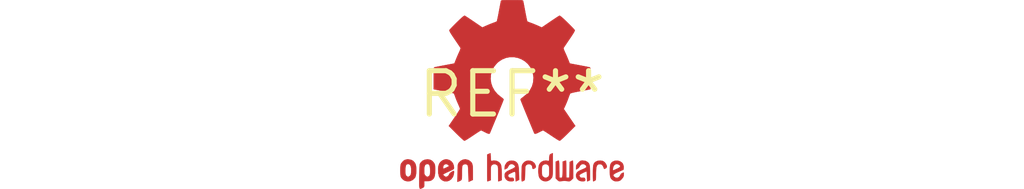
<source format=kicad_pcb>
(kicad_pcb (version 20240108) (generator pcbnew)
  (layers (0 "F.Cu" signal) (31 "B.Cu" signal) (34 "B.Paste" user) (35 "F.Paste" user) (36 "B.SilkS" user "B.Silkscreen") (37 "F.SilkS" user "F.Silkscreen") (38 "B.Mask" user) (39 "F.Mask" user) (44 "Edge.Cuts" user))
  (net 0 "")
  (footprint "OSHW-Logo2_7.3x6mm_Copper" (layer "F.Cu") (at 0 0)
    (property "Reference" "REF**")
    (property "Value" "OSHW-Logo2_7.3x6mm_Copper")
    (fp_poly (pts (xy 2.6526 1.958752) (xy 2.669948 1.966334) (xy 2.711356 1.999128) (xy 2.746765 2.046547) (xy 2.768664 2.097151) (xy 2.772229 2.122098) (xy 2.760279 2.156927) (xy 2.734067 2.175357) (xy 2.705964 2.186516) (xy 2.693095 2.188572) (xy 2.686829 2.173649) (xy 2.674456 2.141175) (xy 2.669028 2.126502) (xy 2.63859 2.075744) (xy 2.59452 2.050427) (xy 2.53801 2.051206) (xy 2.533825 2.052203) (xy 2.503655 2.066507) (xy 2.481476 2.094393) (xy 2.466327 2.139287) (xy 2.45725 2.204615) (xy 2.453286 2.293804) (xy 2.452914 2.341261) (xy 2.45273 2.416071) (xy 2.451522 2.467069) (xy 2.448309 2.499471) (xy 2.442109 2.518495) (xy 2.43194 2.529356) (xy 2.416819 2.537272) (xy 2.415946 2.53767) (xy 2.386828 2.549981) (xy 2.372403 2.554514) (xy 2.370186 2.540809) (xy 2.368289 2.502925) (xy 2.366847 2.445715) (xy 2.365998 2.374027) (xy 2.365829 2.321565) (xy 2.366692 2.220047) (xy 2.37007 2.143032) (xy 2.377142 2.086023) (xy 2.389088 2.044526) (xy 2.40709 2.014043) (xy 2.432327 1.99008) (xy 2.457247 1.973355) (xy 2.517171 1.951097) (xy 2.586911 1.946076) (xy 2.6526 1.958752)) (layer "F.Cu") (stroke (width 0.01)) (fill solid))
    (fp_poly (pts (xy -1.283907 1.92778) (xy -1.237328 1.954723) (xy -1.204943 1.981466) (xy -1.181258 2.009484) (xy -1.164941 2.043748) (xy -1.154661 2.089227) (xy -1.149086 2.150892) (xy -1.146884 2.233711) (xy -1.146629 2.293246) (xy -1.146629 2.512391) (xy -1.208314 2.540044) (xy -1.27 2.567697) (xy -1.277257 2.32767) (xy -1.280256 2.238028) (xy -1.283402 2.172962) (xy -1.287299 2.128026) (xy -1.292553 2.09877) (xy -1.299769 2.080748) (xy -1.30955 2.069511) (xy -1.312688 2.067079) (xy -1.360239 2.048083) (xy -1.408303 2.0556) (xy -1.436914 2.075543) (xy -1.448553 2.089675) (xy -1.456609 2.10822) (xy -1.461729 2.136334) (xy -1.464559 2.179173) (xy -1.465744 2.241895) (xy -1.465943 2.307261) (xy -1.465982 2.389268) (xy -1.467386 2.447316) (xy -1.472086 2.486465) (xy -1.482013 2.51178) (xy -1.499097 2.528323) (xy -1.525268 2.541156) (xy -1.560225 2.554491) (xy -1.598404 2.569007) (xy -1.593859 2.311389) (xy -1.592029 2.218519) (xy -1.589888 2.149889) (xy -1.586819 2.100711) (xy -1.582206 2.066198) (xy -1.575432 2.041562) (xy -1.565881 2.022016) (xy -1.554366 2.00477) (xy -1.49881 1.94968) (xy -1.43102 1.917822) (xy -1.357287 1.910191) (xy -1.283907 1.92778)) (layer "F.Cu") (stroke (width 0.01)) (fill solid))
    (fp_poly (pts (xy 0.529926 1.949755) (xy 0.595858 1.974084) (xy 0.649273 2.017117) (xy 0.670164 2.047409) (xy 0.692939 2.102994) (xy 0.692466 2.143186) (xy 0.668562 2.170217) (xy 0.659717 2.174813) (xy 0.62153 2.189144) (xy 0.602028 2.185472) (xy 0.595422 2.161407) (xy 0.595086 2.148114) (xy 0.582992 2.09921) (xy 0.551471 2.064999) (xy 0.507659 2.048476) (xy 0.458695 2.052634) (xy 0.418894 2.074227) (xy 0.40545 2.086544) (xy 0.395921 2.101487) (xy 0.389485 2.124075) (xy 0.385317 2.159328) (xy 0.382597 2.212266) (xy 0.380502 2.287907) (xy 0.37996 2.311857) (xy 0.377981 2.39379) (xy 0.375731 2.451455) (xy 0.372357 2.489608) (xy 0.367006 2.513004) (xy 0.358824 2.526398) (xy 0.346959 2.534545) (xy 0.339362 2.538144) (xy 0.307102 2.550452) (xy 0.288111 2.554514) (xy 0.281836 2.540948) (xy 0.278006 2.499934) (xy 0.2766 2.430999) (xy 0.277598 2.333669) (xy 0.277908 2.318657) (xy 0.280101 2.229859) (xy 0.282693 2.165019) (xy 0.286382 2.119067) (xy 0.291864 2.086935) (xy 0.299835 2.063553) (xy 0.310993 2.043852) (xy 0.31683 2.03541) (xy 0.350296 1.998057) (xy 0.387727 1.969003) (xy 0.392309 1.966467) (xy 0.459426 1.946443) (xy 0.529926 1.949755)) (layer "F.Cu") (stroke (width 0.01)) (fill solid))
    (fp_poly (pts (xy -0.624114 1.851289) (xy -0.619861 1.910613) (xy -0.614975 1.945572) (xy -0.608205 1.96082) (xy -0.598298 1.961015) (xy -0.595086 1.959195) (xy -0.552356 1.946015) (xy -0.496773 1.946785) (xy -0.440263 1.960333) (xy -0.404918 1.977861) (xy -0.368679 2.005861) (xy -0.342187 2.037549) (xy -0.324001 2.077813) (xy -0.312678 2.131543) (xy -0.306778 2.203626) (xy -0.304857 2.298951) (xy -0.304823 2.317237) (xy -0.3048 2.522646) (xy -0.350509 2.53858) (xy -0.382973 2.54942) (xy -0.400785 2.554468) (xy -0.401309 2.554514) (xy -0.403063 2.540828) (xy -0.404556 2.503076) (xy -0.405674 2.446224) (xy -0.406303 2.375234) (xy -0.4064 2.332073) (xy -0.406602 2.246973) (xy -0.407642 2.185981) (xy -0.410169 2.144177) (xy -0.414836 2.116642) (xy -0.422293 2.098456) (xy -0.433189 2.084698) (xy -0.439993 2.078073) (xy -0.486728 2.051375) (xy -0.537728 2.049375) (xy -0.583999 2.071955) (xy -0.592556 2.080107) (xy -0.605107 2.095436) (xy -0.613812 2.113618) (xy -0.619369 2.139909) (xy -0.622474 2.179562) (xy -0.623824 2.237832) (xy -0.624114 2.318173) (xy -0.624114 2.522646) (xy -0.669823 2.53858) (xy -0.702287 2.54942) (xy -0.720099 2.554468) (xy -0.720623 2.554514) (xy -0.721963 2.540623) (xy -0.723172 2.501439) (xy -0.724199 2.4407) (xy -0.724998 2.362141) (xy -0.725519 2.269498) (xy -0.725714 2.166509) (xy -0.725714 1.769342) (xy -0.678543 1.749444) (xy -0.631371 1.729547) (xy -0.624114 1.851289)) (layer "F.Cu") (stroke (width 0.01)) (fill solid))
    (fp_poly (pts (xy 1.779833 1.958663) (xy 1.782048 1.99685) (xy 1.783784 2.054886) (xy 1.784899 2.12818) (xy 1.785257 2.205055) (xy 1.785257 2.465196) (xy 1.739326 2.511127) (xy 1.707675 2.539429) (xy 1.67989 2.550893) (xy 1.641915 2.550168) (xy 1.62684 2.548321) (xy 1.579726 2.542948) (xy 1.540756 2.539869) (xy 1.531257 2.539585) (xy 1.499233 2.541445) (xy 1.453432 2.546114) (xy 1.435674 2.548321) (xy 1.392057 2.551735) (xy 1.362745 2.54432) (xy 1.33368 2.521427) (xy 1.323188 2.511127) (xy 1.277257 2.465196) (xy 1.277257 1.978602) (xy 1.314226 1.961758) (xy 1.346059 1.949282) (xy 1.364683 1.944914) (xy 1.369458 1.958718) (xy 1.373921 1.997286) (xy 1.377775 2.056356) (xy 1.380722 2.131663) (xy 1.382143 2.195286) (xy 1.386114 2.445657) (xy 1.420759 2.450556) (xy 1.452268 2.447131) (xy 1.467708 2.436041) (xy 1.472023 2.415308) (xy 1.475708 2.371145) (xy 1.478469 2.309146) (xy 1.480012 2.234909) (xy 1.480235 2.196706) (xy 1.480457 1.976783) (xy 1.526166 1.960849) (xy 1.558518 1.950015) (xy 1.576115 1.944962) (xy 1.576623 1.944914) (xy 1.578388 1.958648) (xy 1.580329 1.99673) (xy 1.582282 2.054482) (xy 1.584084 2.127227) (xy 1.585343 2.195286) (xy 1.589314 2.445657) (xy 1.6764 2.445657) (xy 1.680396 2.21724) (xy 1.684392 1.988822) (xy 1.726847 1.966868) (xy 1.758192 1.951793) (xy 1.776744 1.944951) (xy 1.777279 1.944914) (xy 1.779833 1.958663)) (layer "F.Cu") (stroke (width 0.01)) (fill solid))
    (fp_poly (pts (xy -2.958885 1.921962) (xy -2.890855 1.957733) (xy -2.840649 2.015301) (xy -2.822815 2.052312) (xy -2.808937 2.107882) (xy -2.801833 2.178096) (xy -2.80116 2.254727) (xy -2.806573 2.329552) (xy -2.81773 2.394342) (xy -2.834286 2.440873) (xy -2.839374 2.448887) (xy -2.899645 2.508707) (xy -2.971231 2.544535) (xy -3.048908 2.55502) (xy -3.127452 2.53881) (xy -3.149311 2.529092) (xy -3.191878 2.499143) (xy -3.229237 2.459433) (xy -3.232768 2.454397) (xy -3.247119 2.430124) (xy -3.256606 2.404178) (xy -3.26221 2.370022) (xy -3.264914 2.321119) (xy -3.265701 2.250935) (xy -3.265714 2.2352) (xy -3.265678 2.230192) (xy -3.120571 2.230192) (xy -3.119727 2.29643) (xy -3.116404 2.340386) (xy -3.109417 2.368779) (xy -3.097584 2.388325) (xy -3.091543 2.394857) (xy -3.056814 2.41968) (xy -3.023097 2.418548) (xy -2.989005 2.397016) (xy -2.968671 2.374029) (xy -2.956629 2.340478) (xy -2.949866 2.287569) (xy -2.949402 2.281399) (xy -2.948248 2.185513) (xy -2.960312 2.114299) (xy -2.98543 2.068194) (xy -3.02344 2.047635) (xy -3.037008 2.046514) (xy -3.072636 2.052152) (xy -3.097006 2.071686) (xy -3.111907 2.109042) (xy -3.119125 2.16815) (xy -3.120571 2.230192) (xy -3.265678 2.230192) (xy -3.265174 2.160413) (xy -3.262904 2.108159) (xy -3.257932 2.071949) (xy -3.249287 2.045299) (xy -3.235995 2.021722) (xy -3.233057 2.017338) (xy -3.183687 1.958249) (xy -3.129891 1.923947) (xy -3.064398 1.910331) (xy -3.042158 1.909665) (xy -2.958885 1.921962)) (layer "F.Cu") (stroke (width 0.01)) (fill solid))
    (fp_poly (pts (xy 3.153595 1.966966) (xy 3.211021 2.004497) (xy 3.238719 2.038096) (xy 3.260662 2.099064) (xy 3.262405 2.147308) (xy 3.258457 2.211816) (xy 3.109686 2.276934) (xy 3.037349 2.310202) (xy 2.990084 2.336964) (xy 2.965507 2.360144) (xy 2.961237 2.382667) (xy 2.974889 2.407455) (xy 2.989943 2.423886) (xy 3.033746 2.450235) (xy 3.081389 2.452081) (xy 3.125145 2.431546) (xy 3.157289 2.390752) (xy 3.163038 2.376347) (xy 3.190576 2.331356) (xy 3.222258 2.312182) (xy 3.265714 2.295779) (xy 3.265714 2.357966) (xy 3.261872 2.400283) (xy 3.246823 2.435969) (xy 3.21528 2.476943) (xy 3.210592 2.482267) (xy 3.175506 2.51872) (xy 3.145347 2.538283) (xy 3.107615 2.547283) (xy 3.076335 2.55023) (xy 3.020385 2.550965) (xy 2.980555 2.54166) (xy 2.955708 2.527846) (xy 2.916656 2.497467) (xy 2.889625 2.464613) (xy 2.872517 2.423294) (xy 2.863238 2.367521) (xy 2.859693 2.291305) (xy 2.85941 2.252622) (xy 2.860372 2.206247) (xy 2.948007 2.206247) (xy 2.949023 2.231126) (xy 2.951556 2.2352) (xy 2.968274 2.229665) (xy 3.004249 2.215017) (xy 3.052331 2.19419) (xy 3.062386 2.189714) (xy 3.123152 2.158814) (xy 3.156632 2.131657) (xy 3.16399 2.10622) (xy 3.146391 2.080481) (xy 3.131856 2.069109) (xy 3.07941 2.046364) (xy 3.030322 2.050122) (xy 2.989227 2.077884) (xy 2.960758 2.127152) (xy 2.951631 2.166257) (xy 2.948007 2.206247) (xy 2.860372 2.206247) (xy 2.861285 2.162249) (xy 2.868196 2.095384) (xy 2.881884 2.046695) (xy 2.904096 2.010849) (xy 2.936574 1.982513) (xy 2.950733 1.973355) (xy 3.015053 1.949507) (xy 3.085473 1.948006) (xy 3.153595 1.966966)) (layer "F.Cu") (stroke (width 0.01)) (fill solid))
    (fp_poly (pts (xy 1.190117 2.065358) (xy 1.189933 2.173837) (xy 1.189219 2.257287) (xy 1.187675 2.319704) (xy 1.185001 2.365085) (xy 1.180894 2.397429) (xy 1.175055 2.420733) (xy 1.167182 2.438995) (xy 1.161221 2.449418) (xy 1.111855 2.505945) (xy 1.049264 2.541377) (xy 0.980013 2.55409) (xy 0.910668 2.542463) (xy 0.869375 2.521568) (xy 0.826025 2.485422) (xy 0.796481 2.441276) (xy 0.778655 2.383462) (xy 0.770463 2.306313) (xy 0.769302 2.249714) (xy 0.769458 2.245647) (xy 0.870857 2.245647) (xy 0.871476 2.31055) (xy 0.874314 2.353514) (xy 0.88084 2.381622) (xy 0.892523 2.401953) (xy 0.906483 2.417288) (xy 0.953365 2.44689) (xy 1.003701 2.449419) (xy 1.051276 2.424705) (xy 1.054979 2.421356) (xy 1.070783 2.403935) (xy 1.080693 2.383209) (xy 1.086058 2.352362) (xy 1.088228 2.304577) (xy 1.088571 2.251748) (xy 1.087827 2.185381) (xy 1.084748 2.141106) (xy 1.078061 2.112009) (xy 1.066496 2.091173) (xy 1.057013 2.080107) (xy 1.01296 2.052198) (xy 0.962224 2.048843) (xy 0.913796 2.070159) (xy 0.90445 2.078073) (xy 0.88854 2.095647) (xy 0.87861 2.116587) (xy 0.873278 2.147782) (xy 0.871163 2.196122) (xy 0.870857 2.245647) (xy 0.769458 2.245647) (xy 0.77281 2.158568) (xy 0.784726 2.090086) (xy 0.807135 2.0386) (xy 0.842124 1.998443) (xy 0.869375 1.977861) (xy 0.918907 1.955625) (xy 0.976316 1.945304) (xy 1.029682 1.948067) (xy 1.059543 1.959212) (xy 1.071261 1.962383) (xy 1.079037 1.950557) (xy 1.084465 1.918866) (xy 1.088571 1.870593) (xy 1.093067 1.816829) (xy 1.099313 1.784482) (xy 1.110676 1.765985) (xy 1.130528 1.75377) (xy 1.143 1.748362) (xy 1.190171 1.728601) (xy 1.190117 2.065358)) (layer "F.Cu") (stroke (width 0.01)) (fill solid))
    (fp_poly (pts (xy -1.831697 1.931239) (xy -1.774473 1.969735) (xy -1.730251 2.025335) (xy -1.703833 2.096086) (xy -1.69849 2.148162) (xy -1.699097 2.169893) (xy -1.704178 2.186531) (xy -1.718145 2.201437) (xy -1.745411 2.217973) (xy -1.790388 2.239498) (xy -1.857489 2.269374) (xy -1.857829 2.269524) (xy -1.919593 2.297813) (xy -1.970241 2.322933) (xy -2.004596 2.342179) (xy -2.017482 2.352848) (xy -2.017486 2.352934) (xy -2.006128 2.376166) (xy -1.979569 2.401774) (xy -1.949077 2.420221) (xy -1.93363 2.423886) (xy -1.891485 2.411212) (xy -1.855192 2.379471) (xy -1.837483 2.344572) (xy -1.820448 2.318845) (xy -1.787078 2.289546) (xy -1.747851 2.264235) (xy -1.713244 2.250471) (xy -1.706007 2.249714) (xy -1.697861 2.26216) (xy -1.69737 2.293972) (xy -1.703357 2.336866) (xy -1.714643 2.382558) (xy -1.73005 2.422761) (xy -1.730829 2.424322) (xy -1.777196 2.489062) (xy -1.837289 2.533097) (xy -1.905535 2.554711) (xy -1.976362 2.552185) (xy -2.044196 2.523804) (xy -2.047212 2.521808) (xy -2.100573 2.473448) (xy -2.13566 2.410352) (xy -2.155078 2.327387) (xy -2.157684 2.304078) (xy -2.162299 2.194055) (xy -2.156767 2.142748) (xy -2.017486 2.142748) (xy -2.015676 2.174753) (xy -2.005778 2.184093) (xy -1.981102 2.177105) (xy -1.942205 2.160587) (xy -1.898725 2.139881) (xy -1.897644 2.139333) (xy -1.860791 2.119949) (xy -1.846 2.107013) (xy -1.849647 2.093451) (xy -1.865005 2.075632) (xy -1.904077 2.049845) (xy -1.946154 2.04795) (xy -1.983897 2.066717) (xy -2.009966 2.102915) (xy -2.017486 2.142748) (xy -2.156767 2.142748) (xy -2.152806 2.106027) (xy -2.12845 2.036212) (xy -2.094544 1.987302) (xy -2.033347 1.937878) (xy -1.965937 1.913359) (xy -1.89712 1.911797) (xy -1.831697 1.931239)) (layer "F.Cu") (stroke (width 0.01)) (fill solid))
    (fp_poly (pts (xy 0.039744 1.950968) (xy 0.096616 1.972087) (xy 0.097267 1.972493) (xy 0.13244 1.99838) (xy 0.158407 2.028633) (xy 0.17667 2.068058) (xy 0.188732 2.121462) (xy 0.196096 2.193651) (xy 0.200264 2.289432) (xy 0.200629 2.303078) (xy 0.205876 2.508842) (xy 0.161716 2.531678) (xy 0.129763 2.54711) (xy 0.11047 2.554423) (xy 0.109578 2.554514) (xy 0.106239 2.541022) (xy 0.103587 2.504626) (xy 0.101956 2.451452) (xy 0.1016 2.408393) (xy 0.101592 2.338641) (xy 0.098403 2.294837) (xy 0.087288 2.273944) (xy 0.063501 2.272925) (xy 0.022296 2.288741) (xy -0.039914 2.317815) (xy -0.085659 2.341963) (xy -0.109187 2.362913) (xy -0.116104 2.385747) (xy -0.116114 2.386877) (xy -0.104701 2.426212) (xy -0.070908 2.447462) (xy -0.019191 2.450539) (xy 0.018061 2.450006) (xy 0.037703 2.460735) (xy 0.049952 2.486505) (xy 0.057002 2.519337) (xy 0.046842 2.537966) (xy 0.043017 2.540632) (xy 0.007001 2.55134) (xy -0.043434 2.552856) (xy -0.095374 2.545759) (xy -0.132178 2.532788) (xy -0.183062 2.489585) (xy -0.211986 2.429446) (xy -0.217714 2.382462) (xy -0.213343 2.340082) (xy -0.197525 2.305488) (xy -0.166203 2.274763) (xy -0.115322 2.24399) (xy -0.040824 2.209252) (xy -0.036286 2.207288) (xy 0.030821 2.176287) (xy 0.072232 2.150862) (xy 0.089981 2.128014) (xy 0.086107 2.104745) (xy 0.062643 2.078056) (xy 0.055627 2.071914) (xy 0.00863 2.0481) (xy -0.040067 2.049103) (xy -0.082478 2.072451) (xy -0.110616 2.115675) (xy -0.113231 2.12416) (xy -0.138692 2.165308) (xy -0.170999 2.185128) (xy -0.217714 2.20477) (xy -0.217714 2.15395) (xy -0.203504 2.080082) (xy -0.161325 2.012327) (xy -0.139376 1.989661) (xy -0.089483 1.960569) (xy -0.026033 1.9474) (xy 0.039744 1.950968)) (layer "F.Cu") (stroke (width 0.01)) (fill solid))
    (fp_poly (pts (xy -2.400256 1.919918) (xy -2.344799 1.947568) (xy -2.295852 1.99848) (xy -2.282371 2.017338) (xy -2.267686 2.042015) (xy -2.258158 2.068816) (xy -2.252707 2.104587) (xy -2.250253 2.156169) (xy -2.249714 2.224267) (xy -2.252148 2.317588) (xy -2.260606 2.387657) (xy -2.276826 2.439931) (xy -2.302546 2.479869) (xy -2.339503 2.512929) (xy -2.342218 2.514886) (xy -2.37864 2.534908) (xy -2.422498 2.544815) (xy -2.478276 2.547257) (xy -2.568952 2.547257) (xy -2.56899 2.635283) (xy -2.569834 2.684308) (xy -2.574976 2.713065) (xy -2.588413 2.730311) (xy -2.614142 2.744808) (xy -2.620321 2.747769) (xy -2.649236 2.761648) (xy -2.671624 2.770414) (xy -2.688271 2.771171) (xy -2.699964 2.761023) (xy -2.70749 2.737073) (xy -2.711634 2.696426) (xy -2.713185 2.636186) (xy -2.712929 2.553455) (xy -2.711651 2.445339) (xy -2.711252 2.413) (xy -2.709815 2.301524) (xy -2.708528 2.228603) (xy -2.569029 2.228603) (xy -2.568245 2.290499) (xy -2.56476 2.330997) (xy -2.556876 2.357708) (xy -2.542895 2.378244) (xy -2.533403 2.38826) (xy -2.494596 2.417567) (xy -2.460237 2.419952) (xy -2.424784 2.39575) (xy -2.423886 2.394857) (xy -2.409461 2.376153) (xy -2.400687 2.350732) (xy -2.396261 2.311584) (xy -2.394882 2.251697) (xy -2.394857 2.23843) (xy -2.398188 2.155901) (xy -2.409031 2.098691) (xy -2.42866 2.063766) (xy -2.45835 2.048094) (xy -2.475509 2.046514) (xy -2.516234 2.053926) (xy -2.544168 2.07833) (xy -2.560983 2.12298) (xy -2.56835 2.19113) (xy -2.569029 2.228603) (xy -2.708528 2.228603) (xy -2.708292 2.215245) (xy -2.706323 2.150333) (xy -2.70355 2.102958) (xy -2.699612 2.06929) (xy -2.694151 2.045498) (xy -2.686808 2.027753) (xy -2.677223 2.012224) (xy -2.673113 2.006381) (xy -2.618595 1.951185) (xy -2.549664 1.91989) (xy -2.469928 1.911165) (xy -2.400256 1.919918)) (layer "F.Cu") (stroke (width 0.01)) (fill solid))
    (fp_poly (pts (xy 2.144876 1.956335) (xy 2.186667 1.975344) (xy 2.219469 1.998378) (xy 2.243503 2.024133) (xy 2.260097 2.057358) (xy 2.270577 2.1028) (xy 2.276271 2.165207) (xy 2.278507 2.249327) (xy 2.278743 2.304721) (xy 2.278743 2.520826) (xy 2.241774 2.53767) (xy 2.212656 2.549981) (xy 2.198231 2.554514) (xy 2.195472 2.541025) (xy 2.193282 2.504653) (xy 2.191942 2.451542) (xy 2.191657 2.409372) (xy 2.190434 2.348447) (xy 2.187136 2.300115) (xy 2.182321 2.270518) (xy 2.178496 2.264229) (xy 2.152783 2.270652) (xy 2.112418 2.287125) (xy 2.065679 2.309458) (xy 2.020845 2.333457) (xy 1.986193 2.35493) (xy 1.970002 2.369685) (xy 1.969938 2.369845) (xy 1.97133 2.397152) (xy 1.983818 2.423219) (xy 2.005743 2.444392) (xy 2.037743 2.451474) (xy 2.065092 2.450649) (xy 2.103826 2.450042) (xy 2.124158 2.459116) (xy 2.136369 2.483092) (xy 2.137909 2.487613) (xy 2.143203 2.521806) (xy 2.129047 2.542568) (xy 2.092148 2.552462) (xy 2.052289 2.554292) (xy 1.980562 2.540727) (xy 1.943432 2.521355) (xy 1.897576 2.475845) (xy 1.873256 2.419983) (xy 1.871073 2.360957) (xy 1.891629 2.305953) (xy 1.922549 2.271486) (xy 1.95342 2.252189) (xy 2.001942 2.227759) (xy 2.058485 2.202985) (xy 2.06791 2.199199) (xy 2.130019 2.171791) (xy 2.165822 2.147634) (xy 2.177337 2.123619) (xy 2.16658 2.096635) (xy 2.148114 2.075543) (xy 2.104469 2.049572) (xy 2.056446 2.047624) (xy 2.012406 2.067637) (xy 1.980709 2.107551) (xy 1.976549 2.117848) (xy 1.952327 2.155724) (xy 1.916965 2.183842) (xy 1.872343 2.206917) (xy 1.872343 2.141485) (xy 1.874969 2.101506) (xy 1.88623 2.069997) (xy 1.911199 2.036378) (xy 1.935169 2.010484) (xy 1.972441 1.973817) (xy 2.001401 1.954121) (xy 2.032505 1.94622) (xy 2.067713 1.944914) (xy 2.144876 1.956335)) (layer "F.Cu") (stroke (width 0.01)) (fill solid))
    (fp_poly (pts (xy 0.10391 -2.757652) (xy 0.182454 -2.757222) (xy 0.239298 -2.756058) (xy 0.278105 -2.753793) (xy 0.302538 -2.75006) (xy 0.316262 -2.744494) (xy 0.32294 -2.736727) (xy 0.326236 -2.726395) (xy 0.326556 -2.725057) (xy 0.331562 -2.700921) (xy 0.340829 -2.653299) (xy 0.353392 -2.587259) (xy 0.368287 -2.507872) (xy 0.384551 -2.420204) (xy 0.385119 -2.417125) (xy 0.40141 -2.331211) (xy 0.416652 -2.255304) (xy 0.429861 -2.193955) (xy 0.440054 -2.151718) (xy 0.446248 -2.133145) (xy 0.446543 -2.132816) (xy 0.464788 -2.123747) (xy 0.502405 -2.108633) (xy 0.551271 -2.090738) (xy 0.551543 -2.090642) (xy 0.613093 -2.067507) (xy 0.685657 -2.038035) (xy 0.754057 -2.008403) (xy 0.757294 -2.006938) (xy 0.868702 -1.956374) (xy 1.115399 -2.12484) (xy 1.191077 -2.176197) (xy 1.259631 -2.222111) (xy 1.317088 -2.25997) (xy 1.359476 -2.287163) (xy 1.382825 -2.301079) (xy 1.385042 -2.302111) (xy 1.40201 -2.297516) (xy 1.433701 -2.275345) (xy 1.481352 -2.234553) (xy 1.546198 -2.174095) (xy 1.612397 -2.109773) (xy 1.676214 -2.046388) (xy 1.733329 -1.988549) (xy 1.780305 -1.939825) (xy 1.813703 -1.90379) (xy 1.830085 -1.884016) (xy 1.830694 -1.882998) (xy 1.832505 -1.869428) (xy 1.825683 -1.847267) (xy 1.80854 -1.813522) (xy 1.779393 -1.7652) (xy 1.736555 -1.699308) (xy 1.679448 -1.614483) (xy 1.628766 -1.539823) (xy 1.583461 -1.47286) (xy 1.54615 -1.417484) (xy 1.519452 -1.37758) (xy 1.505985 -1.357038) (xy 1.505137 -1.355644) (xy 1.506781 -1.335962) (xy 1.519245 -1.297707) (xy 1.540048 -1.248111) (xy 1.547462 -1.232272) (xy 1.579814 -1.16171) (xy 1.614328 -1.081647) (xy 1.642365 -1.012371) (xy 1.662568 -0.960955) (xy 1.678615 -0.921881) (xy 1.687888 -0.901459) (xy 1.689041 -0.899886) (xy 1.706096 -0.897279) (xy 1.746298 -0.890137) (xy 1.804302 -0.879477) (xy 1.874763 -0.866315) (xy 1.952335 -0.851667) (xy 2.031672 -0.836551) (xy 2.107431 -0.821982) (xy 2.174264 -0.808978) (xy 2.226828 -0.798555) (xy 2.259776 -0.79173) (xy 2.267857 -0.789801) (xy 2.276205 -0.785038) (xy 2.282506 -0.774282) (xy 2.287045 -0.753902) (xy 2.290104 -0.720266) (xy 2.291967 -0.669745) (xy 2.292918 -0.598708) (xy 2.29324 -0.503524) (xy 2.293257 -0.464508) (xy 2.293257 -0.147201) (xy 2.217057 -0.132161) (xy 2.174663 -0.124005) (xy 2.1114 -0.112101) (xy 2.034962 -0.097884) (xy 1.953043 -0.08279) (xy 1.9304 -0.078645) (xy 1.854806 -0.063947) (xy 1.788953 -0.049495) (xy 1.738366 -0.036625) (xy 1.708574 -0.026678) (xy 1.703612 -0.023713) (xy 1.691426 -0.002717) (xy 1.673953 0.037967) (xy 1.654577 0.090322) (xy 1.650734 0.1016) (xy 1.625339 0.171523) (xy 1.593817 0.250418) (xy 1.562969 0.321266) (xy 1.562817 0.321595) (xy 1.511447 0.432733) (xy 1.680399 0.681253) (xy 1.849352 0.929772) (xy 1.632429 1.147058) (xy 1.566819 1.211726) (xy 1.506979 1.268733) (xy 1.456267 1.315033) (xy 1.418046 1.347584) (xy 1.395675 1.363343) (xy 1.392466 1.364343) (xy 1.373626 1.356469) (xy 1.33518 1.334578) (xy 1.28133 1.301267) (xy 1.216276 1.259131) (xy 1.14594 1.211943) (xy 1.074555 1.16381) (xy 1.010908 1.121928) (xy 0.959041 1.088871) (xy 0.922995 1.067218) (xy 0.906867 1.059543) (xy 0.887189 1.066037) (xy 0.849875 1.08315) (xy 0.802621 1.107326) (xy 0.797612 1.110013) (xy 0.733977 1.141927) (xy 0.690341 1.157579) (xy 0.663202 1.157745) (xy 0.649057 1.143204) (xy 0.648975 1.143) (xy 0.641905 1.125779) (xy 0.625042 1.084899) (xy 0.599695 1.023525) (xy 0.567171 0.944819) (xy 0.528778 0.851947) (xy 0.485822 0.748072) (xy 0.444222 0.647502) (xy 0.398504 0.536516) (xy 0.356526 0.433703) (xy 0.319548 0.342215) (xy 0.288827 0.265201) (xy 0.265622 0.205815) (xy 0.25119 0.167209) (xy 0.246743 0.1528) (xy 0.257896 0.136272) (xy 0.287069 0.10993) (xy 0.325971 0.080887) (xy 0.436757 -0.010961) (xy 0.523351 -0.116241) (xy 0.584716 -0.232734) (xy 0.619815 -0.358224) (xy 0.627608 -0.490493) (xy 0.621943 -0.551543) (xy 0.591078 -0.678205) (xy 0.53792 -0.790059) (xy 0.465767 -0.885999) (xy 0.377917 -0.964924) (xy 0.277665 -1.02573) (xy 0.16831 -1.067313) (xy 0.053147 -1.088572) (xy -0.064525 -1.088401) (xy -0.18141 -1.065699) (xy -0.294211 -1.019362) (xy -0.399631 -0.948287) (xy -0.443632 -0.908089) (xy -0.528021 -0.804871) (xy -0.586778 -0.692075) (xy -0.620296 -0.57299) (xy -0.628965 -0.450905) (xy -0.613177 -0.329107) (xy -0.573322 -0.210884) (xy -0.509793 -0.099525) (xy -0.422979 0.001684) (xy -0.325971 0.080887) (xy -0.285563 0.111162) (xy -0.257018 0.137219) (xy -0.246743 0.152825) (xy -0.252123 0.169843) (xy -0.267425 0.2105) (xy -0.291388 0.271642) (xy -0.322756 0.350119) (xy -0.360268 0.44278) (xy -0.402667 0.546472) (xy -0.444337 0.647526) (xy -0.49031 0.758607) (xy -0.532893 0.861541) (xy -0.570779 0.953165) (xy -0.60266 1.030316) (xy -0.627229 1.089831) (xy -0.64318 1.128544) (xy -0.64909 1.143) (xy -0.663052 1.157685) (xy -0.69006 1.157642) (xy -0.733587 1.142099) (xy -0.79711 1.110284) (xy -0.797612 1.110013) (xy -0.84544 1.085323) (xy -0.884103 1.067338) (xy -0.905905 1.059614) (xy -0.906867 1.059543) (xy -0.923279 1.067378) (xy -0.959513 1.089165) (xy -1.011526 1.122328) (xy -1.075275 1.164291) (xy -1.14594 1.211943) (xy -1.217884 1.260191) (xy -1.282726 1.302151) (xy -1.336265 1.335227) (xy -1.374303 1.356821) (xy -1.392467 1.364343) (xy -1.409192 1.354457) (xy -1.44282 1.326826) (xy -1.48999 1.284495) (xy -1.547342 1.230505) (xy -1.611516 1.167899) (xy -1.632503 1.146983) (xy -1.849501 0.929623) (xy -1.684332 0.68722) (xy -1.634136 0.612781) (xy -1.590081 0.545972) (xy -1.554638 0.490665) (xy -1.530281 0.450729) (xy -1.519478 0.430036) (xy -1.519162 0.428563) (xy -1.524857 0.409058) (xy -1.540174 0.369822) (xy -1.562463 0.31743) (xy -1.578107 0.282355) (xy -1.607359 0.215201) (xy -1.634906 0.147358) (xy -1.656263 0.090034) (xy -1.662065 0.072572) (xy -1.678548 0.025938) (xy -1.69466 -0.010095) (xy -1.70351 -0.023713) (xy -1.72304 -0.032048) (xy -1.765666 -0.043863) (xy -1.825855 -0.057819) (xy -1.898078 -0.072578) (xy -1.9304 -0.078645) (xy -2.012478 -0.093727) (xy -2.091205 -0.108331) (xy -2.158891 -0.12102) (xy -2.20784 -0.130358) (xy -2.217057 -0.132161) (xy -2.293257 -0.147201) (xy -2.293257 -0.464508) (xy -2.293086 -0.568846) (xy -2.292384 -0.647787) (xy -2.290866 -0.704962) (xy -2.288251 -0.744001) (xy -2.284254 -0.768535) (xy -2.278591 -0.782195) (xy -2.27098 -0.788611) (xy -2.267857 -0.789801) (xy -2.249022 -0.79402) (xy -2.207412 -0.802438) (xy -2.14837 -0.814039) (xy -2.077243 -0.827805) (xy -1.999375 -0.84272) (xy -1.920113 -0.857768) (xy -1.844802 -0.871931) (xy -1.778787 -0.884194) (xy -1.727413 -0.893539) (xy -1.696025 -0.89895) (xy -1.689041 -0.899886) (xy -1.682715 -0.912404) (xy -1.66871 -0.945754) (xy -1.649645 -0.993623) (xy -1.642366 -1.012371) (xy -1.613004 -1.084805) (xy -1.578429 -1.16483) (xy -1.547463 -1.232272) (xy -1.524677 -1.283841) (xy -1.509518 -1.326215) (xy -1.504458 -1.352166) (xy -1.505264 -1.355644) (xy -1.515959 -1.372064) (xy -1.54038 -1.408583) (xy -1.575905 -1.461313) (xy -1.619913 -1.526365) (xy -1.669783 -1.599849) (xy -1.679644 -1.614355) (xy -1.737508 -1.700296) (xy -1.780044 -1.765739) (xy -1.808946 -1.813696) (xy -1.82591 -1.84718) (xy -1.832633 -1.869205) (xy -1.83081 -1.882783) (xy -1.830764 -1.882869) (xy -1.816414 -1.900703) (xy -1.784677 -1.935183) (xy -1.73899 -1.982732) (xy -1.682796 -2.039778) (xy -1.619532 -2.102745) (xy -1.612398 -2.109773) (xy -1.53267 -2.18698) (xy -1.471143 -2.24367) (xy -1.426579 -2.28089) (xy -1.397743 -2.299685) (xy -1.385042 -2.302111) (xy -1.366506 -2.291529) (xy -1.328039 -2.267084) (xy -1.273614 -2.231388) (xy -1.207202 -2.187053) (xy -1.132775 -2.136689) (xy -1.115399 -2.12484) (xy -0.868703 -1.956374) (xy -0.757294 -2.006938) (xy -0.689543 -2.036405) (xy -0.616817 -2.066041) (xy -0.554297 -2.08967) (xy -0.551543 -2.090642) (xy -0.50264 -2.108543) (xy -0.464943 -2.12368) (xy -0.446575 -2.13279) (xy -0.446544 -2.132816) (xy -0.440715 -2.149283) (xy -0.430808 -2.189781) (xy -0.417805 -2.249758) (xy -0.402691 -2.32466) (xy -0.386448 -2.409936) (xy -0.385119 -2.417125) (xy -0.368825 -2.504986) (xy -0.353867 -2.58474) (xy -0.341209 -2.651319) (xy -0.331814 -2.699653) (xy -0.326646 -2.724675) (xy -0.326556 -2.725057) (xy -0.323411 -2.735701) (xy -0.317296 -2.743738) (xy -0.304547 -2.749533) (xy -0.2815 -2.753453) (xy -0.244491 -2.755865) (xy -0.189856 -2.757135) (xy -0.113933 -2.757629) (xy -0.013056 -2.757714) (xy 0 -2.757714) (xy 0.10391 -2.757652)) (layer "F.Cu") (stroke (width 0.01)) (fill solid))
  )
)
</source>
